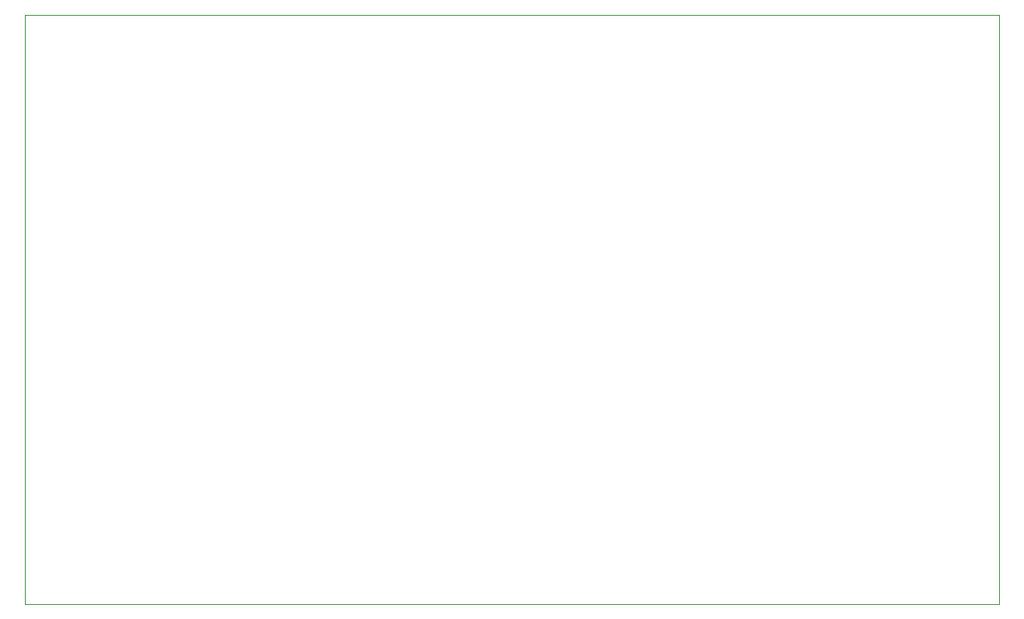
<source format=gm1>
G04 #@! TF.GenerationSoftware,KiCad,Pcbnew,9.0.2*
G04 #@! TF.CreationDate,2025-09-26T20:13:01+02:00*
G04 #@! TF.ProjectId,TeslaBMBCheck,5465736c-6142-44d4-9243-6865636b2e6b,1.1*
G04 #@! TF.SameCoordinates,Original*
G04 #@! TF.FileFunction,Profile,NP*
%FSLAX46Y46*%
G04 Gerber Fmt 4.6, Leading zero omitted, Abs format (unit mm)*
G04 Created by KiCad (PCBNEW 9.0.2) date 2025-09-26 20:13:01*
%MOMM*%
%LPD*%
G01*
G04 APERTURE LIST*
G04 #@! TA.AperFunction,Profile*
%ADD10C,0.050000*%
G04 #@! TD*
G04 APERTURE END LIST*
D10*
X74930000Y-107823000D02*
X76200000Y-107823000D01*
X74930000Y-107823000D02*
X74930000Y-47625000D01*
X76200000Y-47625000D02*
X174371000Y-47625000D01*
X74930000Y-47625000D02*
X76200000Y-47625000D01*
X174371000Y-107823000D02*
X76200000Y-107823000D01*
X174371000Y-47625000D02*
X174371000Y-107823000D01*
M02*

</source>
